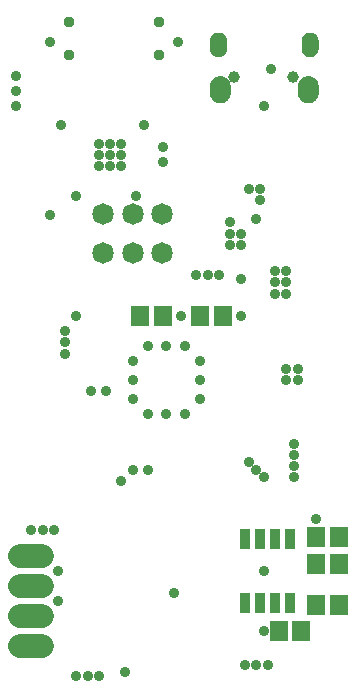
<source format=gbs>
G75*
%MOIN*%
%OFA0B0*%
%FSLAX25Y25*%
%IPPOS*%
%LPD*%
%AMOC8*
5,1,8,0,0,1.08239X$1,22.5*
%
%ADD10C,0.03753*%
%ADD11C,0.03950*%
%ADD12C,0.00039*%
%ADD13R,0.05918X0.06706*%
%ADD14C,0.07178*%
%ADD15R,0.03359X0.06706*%
%ADD16C,0.08000*%
%ADD17C,0.03556*%
D10*
X0025000Y0212087D03*
X0025000Y0222913D03*
X0055000Y0222913D03*
X0055000Y0212087D03*
D11*
X0080157Y0204717D03*
X0099843Y0204717D03*
D12*
X0101994Y0203499D02*
X0107337Y0203499D01*
X0107359Y0203461D02*
X0101972Y0203461D01*
X0101950Y0203423D02*
X0107380Y0203423D01*
X0107402Y0203385D02*
X0101928Y0203385D01*
X0101906Y0203347D02*
X0107424Y0203347D01*
X0107446Y0203309D02*
X0101885Y0203309D01*
X0101863Y0203272D02*
X0107468Y0203272D01*
X0107490Y0203234D02*
X0101841Y0203234D01*
X0101819Y0203196D02*
X0107512Y0203196D01*
X0107534Y0203158D02*
X0101797Y0203158D01*
X0101775Y0203120D02*
X0107555Y0203120D01*
X0107577Y0203082D02*
X0101753Y0203082D01*
X0101732Y0203044D02*
X0107599Y0203044D01*
X0107621Y0203006D02*
X0101710Y0203006D01*
X0101698Y0202986D02*
X0102038Y0203574D01*
X0102492Y0204079D01*
X0103041Y0204478D01*
X0103662Y0204754D01*
X0104326Y0204896D01*
X0105005Y0204896D01*
X0105669Y0204754D01*
X0106289Y0204478D01*
X0106839Y0204079D01*
X0107293Y0203574D01*
X0107633Y0202986D01*
X0107842Y0202341D01*
X0107913Y0201665D01*
X0107913Y0199500D01*
X0107842Y0198825D01*
X0107633Y0198179D01*
X0107293Y0197591D01*
X0106839Y0197086D01*
X0106289Y0196687D01*
X0105669Y0196411D01*
X0105005Y0196270D01*
X0104326Y0196270D01*
X0103662Y0196411D01*
X0103041Y0196687D01*
X0102492Y0197086D01*
X0102038Y0197591D01*
X0101698Y0198179D01*
X0101488Y0198825D01*
X0101417Y0199500D01*
X0101417Y0201665D01*
X0101488Y0202341D01*
X0101698Y0202986D01*
X0101692Y0202969D02*
X0107638Y0202969D01*
X0107651Y0202931D02*
X0101680Y0202931D01*
X0101668Y0202893D02*
X0107663Y0202893D01*
X0107675Y0202855D02*
X0101655Y0202855D01*
X0101643Y0202817D02*
X0107688Y0202817D01*
X0107700Y0202779D02*
X0101631Y0202779D01*
X0101618Y0202741D02*
X0107712Y0202741D01*
X0107725Y0202703D02*
X0101606Y0202703D01*
X0101594Y0202665D02*
X0107737Y0202665D01*
X0107749Y0202628D02*
X0101582Y0202628D01*
X0101569Y0202590D02*
X0107761Y0202590D01*
X0107774Y0202552D02*
X0101557Y0202552D01*
X0101545Y0202514D02*
X0107786Y0202514D01*
X0107798Y0202476D02*
X0101532Y0202476D01*
X0101520Y0202438D02*
X0107811Y0202438D01*
X0107823Y0202400D02*
X0101508Y0202400D01*
X0101495Y0202362D02*
X0107835Y0202362D01*
X0107844Y0202325D02*
X0101487Y0202325D01*
X0101483Y0202287D02*
X0107848Y0202287D01*
X0107852Y0202249D02*
X0101479Y0202249D01*
X0101475Y0202211D02*
X0107856Y0202211D01*
X0107860Y0202173D02*
X0101471Y0202173D01*
X0101467Y0202135D02*
X0107864Y0202135D01*
X0107868Y0202097D02*
X0101463Y0202097D01*
X0101459Y0202059D02*
X0107872Y0202059D01*
X0107876Y0202021D02*
X0101455Y0202021D01*
X0101451Y0201984D02*
X0107880Y0201984D01*
X0107884Y0201946D02*
X0101447Y0201946D01*
X0101443Y0201908D02*
X0107888Y0201908D01*
X0107892Y0201870D02*
X0101439Y0201870D01*
X0101435Y0201832D02*
X0107896Y0201832D01*
X0107900Y0201794D02*
X0101431Y0201794D01*
X0101427Y0201756D02*
X0107904Y0201756D01*
X0107908Y0201718D02*
X0101423Y0201718D01*
X0101419Y0201681D02*
X0107912Y0201681D01*
X0107913Y0201643D02*
X0101417Y0201643D01*
X0101417Y0201605D02*
X0107913Y0201605D01*
X0107913Y0201567D02*
X0101417Y0201567D01*
X0101417Y0201529D02*
X0107913Y0201529D01*
X0107913Y0201491D02*
X0101417Y0201491D01*
X0101417Y0201453D02*
X0107913Y0201453D01*
X0107913Y0201415D02*
X0101417Y0201415D01*
X0101417Y0201378D02*
X0107913Y0201378D01*
X0107913Y0201340D02*
X0101417Y0201340D01*
X0101417Y0201302D02*
X0107913Y0201302D01*
X0107913Y0201264D02*
X0101417Y0201264D01*
X0101417Y0201226D02*
X0107913Y0201226D01*
X0107913Y0201188D02*
X0101417Y0201188D01*
X0101417Y0201150D02*
X0107913Y0201150D01*
X0107913Y0201112D02*
X0101417Y0201112D01*
X0101417Y0201074D02*
X0107913Y0201074D01*
X0107913Y0201037D02*
X0101417Y0201037D01*
X0101417Y0200999D02*
X0107913Y0200999D01*
X0107913Y0200961D02*
X0101417Y0200961D01*
X0101417Y0200923D02*
X0107913Y0200923D01*
X0107913Y0200885D02*
X0101417Y0200885D01*
X0101417Y0200847D02*
X0107913Y0200847D01*
X0107913Y0200809D02*
X0101417Y0200809D01*
X0101417Y0200771D02*
X0107913Y0200771D01*
X0107913Y0200734D02*
X0101417Y0200734D01*
X0101417Y0200696D02*
X0107913Y0200696D01*
X0107913Y0200658D02*
X0101417Y0200658D01*
X0101417Y0200620D02*
X0107913Y0200620D01*
X0107913Y0200582D02*
X0101417Y0200582D01*
X0101417Y0200544D02*
X0107913Y0200544D01*
X0107913Y0200506D02*
X0101417Y0200506D01*
X0101417Y0200468D02*
X0107913Y0200468D01*
X0107913Y0200430D02*
X0101417Y0200430D01*
X0101417Y0200393D02*
X0107913Y0200393D01*
X0107913Y0200355D02*
X0101417Y0200355D01*
X0101417Y0200317D02*
X0107913Y0200317D01*
X0107913Y0200279D02*
X0101417Y0200279D01*
X0101417Y0200241D02*
X0107913Y0200241D01*
X0107913Y0200203D02*
X0101417Y0200203D01*
X0101417Y0200165D02*
X0107913Y0200165D01*
X0107913Y0200127D02*
X0101417Y0200127D01*
X0101417Y0200090D02*
X0107913Y0200090D01*
X0107913Y0200052D02*
X0101417Y0200052D01*
X0101417Y0200014D02*
X0107913Y0200014D01*
X0107913Y0199976D02*
X0101417Y0199976D01*
X0101417Y0199938D02*
X0107913Y0199938D01*
X0107913Y0199900D02*
X0101417Y0199900D01*
X0101417Y0199862D02*
X0107913Y0199862D01*
X0107913Y0199824D02*
X0101417Y0199824D01*
X0101417Y0199786D02*
X0107913Y0199786D01*
X0107913Y0199749D02*
X0101417Y0199749D01*
X0101417Y0199711D02*
X0107913Y0199711D01*
X0107913Y0199673D02*
X0101417Y0199673D01*
X0101417Y0199635D02*
X0107913Y0199635D01*
X0107913Y0199597D02*
X0101417Y0199597D01*
X0101417Y0199559D02*
X0107913Y0199559D01*
X0107913Y0199521D02*
X0101417Y0199521D01*
X0101419Y0199483D02*
X0107912Y0199483D01*
X0107908Y0199446D02*
X0101423Y0199446D01*
X0101427Y0199408D02*
X0107904Y0199408D01*
X0107900Y0199370D02*
X0101431Y0199370D01*
X0101435Y0199332D02*
X0107896Y0199332D01*
X0107892Y0199294D02*
X0101439Y0199294D01*
X0101443Y0199256D02*
X0107888Y0199256D01*
X0107884Y0199218D02*
X0101447Y0199218D01*
X0101451Y0199180D02*
X0107880Y0199180D01*
X0107876Y0199143D02*
X0101455Y0199143D01*
X0101459Y0199105D02*
X0107872Y0199105D01*
X0107868Y0199067D02*
X0101463Y0199067D01*
X0101467Y0199029D02*
X0107864Y0199029D01*
X0107860Y0198991D02*
X0101471Y0198991D01*
X0101475Y0198953D02*
X0107856Y0198953D01*
X0107852Y0198915D02*
X0101479Y0198915D01*
X0101483Y0198877D02*
X0107848Y0198877D01*
X0107844Y0198839D02*
X0101487Y0198839D01*
X0101496Y0198802D02*
X0107835Y0198802D01*
X0107823Y0198764D02*
X0101508Y0198764D01*
X0101520Y0198726D02*
X0107810Y0198726D01*
X0107798Y0198688D02*
X0101533Y0198688D01*
X0101545Y0198650D02*
X0107786Y0198650D01*
X0107773Y0198612D02*
X0101557Y0198612D01*
X0101570Y0198574D02*
X0107761Y0198574D01*
X0107749Y0198536D02*
X0101582Y0198536D01*
X0101594Y0198499D02*
X0107736Y0198499D01*
X0107724Y0198461D02*
X0101607Y0198461D01*
X0101619Y0198423D02*
X0107712Y0198423D01*
X0107700Y0198385D02*
X0101631Y0198385D01*
X0101644Y0198347D02*
X0107687Y0198347D01*
X0107675Y0198309D02*
X0101656Y0198309D01*
X0101668Y0198271D02*
X0107663Y0198271D01*
X0107650Y0198233D02*
X0101680Y0198233D01*
X0101693Y0198195D02*
X0107638Y0198195D01*
X0107620Y0198158D02*
X0101710Y0198158D01*
X0101732Y0198120D02*
X0107598Y0198120D01*
X0107577Y0198082D02*
X0101754Y0198082D01*
X0101776Y0198044D02*
X0107555Y0198044D01*
X0107533Y0198006D02*
X0101798Y0198006D01*
X0101820Y0197968D02*
X0107511Y0197968D01*
X0107489Y0197930D02*
X0101842Y0197930D01*
X0101864Y0197892D02*
X0107467Y0197892D01*
X0107445Y0197855D02*
X0101885Y0197855D01*
X0101907Y0197817D02*
X0107423Y0197817D01*
X0107402Y0197779D02*
X0101929Y0197779D01*
X0101951Y0197741D02*
X0107380Y0197741D01*
X0107358Y0197703D02*
X0101973Y0197703D01*
X0101995Y0197665D02*
X0107336Y0197665D01*
X0107314Y0197627D02*
X0102017Y0197627D01*
X0102039Y0197589D02*
X0107292Y0197589D01*
X0107258Y0197551D02*
X0102073Y0197551D01*
X0102107Y0197514D02*
X0107224Y0197514D01*
X0107189Y0197476D02*
X0102141Y0197476D01*
X0102175Y0197438D02*
X0107155Y0197438D01*
X0107121Y0197400D02*
X0102210Y0197400D01*
X0102244Y0197362D02*
X0107087Y0197362D01*
X0107053Y0197324D02*
X0102278Y0197324D01*
X0102312Y0197286D02*
X0107019Y0197286D01*
X0106985Y0197248D02*
X0102346Y0197248D01*
X0102380Y0197211D02*
X0106951Y0197211D01*
X0106917Y0197173D02*
X0102414Y0197173D01*
X0102448Y0197135D02*
X0106882Y0197135D01*
X0106848Y0197097D02*
X0102482Y0197097D01*
X0102529Y0197059D02*
X0106801Y0197059D01*
X0106749Y0197021D02*
X0102582Y0197021D01*
X0102634Y0196983D02*
X0106697Y0196983D01*
X0106645Y0196945D02*
X0102686Y0196945D01*
X0102738Y0196908D02*
X0106593Y0196908D01*
X0106541Y0196870D02*
X0102790Y0196870D01*
X0102842Y0196832D02*
X0106488Y0196832D01*
X0106436Y0196794D02*
X0102894Y0196794D01*
X0102947Y0196756D02*
X0106384Y0196756D01*
X0106332Y0196718D02*
X0102999Y0196718D01*
X0103057Y0196680D02*
X0106274Y0196680D01*
X0106189Y0196642D02*
X0103142Y0196642D01*
X0103227Y0196604D02*
X0106104Y0196604D01*
X0106019Y0196567D02*
X0103312Y0196567D01*
X0103397Y0196529D02*
X0105934Y0196529D01*
X0105848Y0196491D02*
X0103482Y0196491D01*
X0103567Y0196453D02*
X0105763Y0196453D01*
X0105678Y0196415D02*
X0103652Y0196415D01*
X0103821Y0196377D02*
X0105510Y0196377D01*
X0105332Y0196339D02*
X0103999Y0196339D01*
X0104177Y0196301D02*
X0105154Y0196301D01*
X0107315Y0203537D02*
X0102016Y0203537D01*
X0102038Y0203575D02*
X0107293Y0203575D01*
X0107259Y0203613D02*
X0102072Y0203613D01*
X0102106Y0203650D02*
X0107225Y0203650D01*
X0107191Y0203688D02*
X0102140Y0203688D01*
X0102174Y0203726D02*
X0107156Y0203726D01*
X0107122Y0203764D02*
X0102208Y0203764D01*
X0102242Y0203802D02*
X0107088Y0203802D01*
X0107054Y0203840D02*
X0102277Y0203840D01*
X0102311Y0203878D02*
X0107020Y0203878D01*
X0106986Y0203916D02*
X0102345Y0203916D01*
X0102379Y0203953D02*
X0106952Y0203953D01*
X0106918Y0203991D02*
X0102413Y0203991D01*
X0102447Y0204029D02*
X0106884Y0204029D01*
X0106850Y0204067D02*
X0102481Y0204067D01*
X0102528Y0204105D02*
X0106803Y0204105D01*
X0106751Y0204143D02*
X0102580Y0204143D01*
X0102632Y0204181D02*
X0106699Y0204181D01*
X0106647Y0204219D02*
X0102684Y0204219D01*
X0102736Y0204256D02*
X0106595Y0204256D01*
X0106542Y0204294D02*
X0102788Y0204294D01*
X0102840Y0204332D02*
X0106490Y0204332D01*
X0106438Y0204370D02*
X0102893Y0204370D01*
X0102945Y0204408D02*
X0106386Y0204408D01*
X0106334Y0204446D02*
X0102997Y0204446D01*
X0103054Y0204484D02*
X0106277Y0204484D01*
X0106192Y0204522D02*
X0103139Y0204522D01*
X0103224Y0204560D02*
X0106107Y0204560D01*
X0106022Y0204597D02*
X0103309Y0204597D01*
X0103394Y0204635D02*
X0105937Y0204635D01*
X0105851Y0204673D02*
X0103479Y0204673D01*
X0103564Y0204711D02*
X0105766Y0204711D01*
X0105681Y0204749D02*
X0103649Y0204749D01*
X0103814Y0204787D02*
X0105517Y0204787D01*
X0105338Y0204825D02*
X0103992Y0204825D01*
X0104171Y0204863D02*
X0105160Y0204863D01*
X0104978Y0211621D02*
X0104435Y0211736D01*
X0103927Y0211962D01*
X0103478Y0212289D01*
X0103106Y0212702D01*
X0102828Y0213183D01*
X0102656Y0213711D01*
X0102598Y0214264D01*
X0102598Y0216823D01*
X0102656Y0217375D01*
X0102828Y0217904D01*
X0103106Y0218385D01*
X0103478Y0218798D01*
X0103927Y0219124D01*
X0104435Y0219350D01*
X0104978Y0219466D01*
X0105534Y0219466D01*
X0106077Y0219350D01*
X0106585Y0219124D01*
X0107034Y0218798D01*
X0107406Y0218385D01*
X0107684Y0217904D01*
X0107855Y0217375D01*
X0107913Y0216823D01*
X0107913Y0214264D01*
X0107855Y0213711D01*
X0107684Y0213183D01*
X0107406Y0212702D01*
X0107034Y0212289D01*
X0106585Y0211962D01*
X0106077Y0211736D01*
X0105534Y0211621D01*
X0104978Y0211621D01*
X0104872Y0211643D02*
X0105640Y0211643D01*
X0105818Y0211681D02*
X0104694Y0211681D01*
X0104516Y0211719D02*
X0105996Y0211719D01*
X0106123Y0211757D02*
X0104388Y0211757D01*
X0104303Y0211795D02*
X0106209Y0211795D01*
X0106294Y0211833D02*
X0104218Y0211833D01*
X0104133Y0211871D02*
X0106379Y0211871D01*
X0106464Y0211909D02*
X0104048Y0211909D01*
X0103963Y0211946D02*
X0106549Y0211946D01*
X0106615Y0211984D02*
X0103897Y0211984D01*
X0103845Y0212022D02*
X0106667Y0212022D01*
X0106719Y0212060D02*
X0103793Y0212060D01*
X0103741Y0212098D02*
X0106771Y0212098D01*
X0106823Y0212136D02*
X0103688Y0212136D01*
X0103636Y0212174D02*
X0106876Y0212174D01*
X0106928Y0212212D02*
X0103584Y0212212D01*
X0103532Y0212249D02*
X0106980Y0212249D01*
X0107032Y0212287D02*
X0103480Y0212287D01*
X0103445Y0212325D02*
X0107067Y0212325D01*
X0107101Y0212363D02*
X0103411Y0212363D01*
X0103377Y0212401D02*
X0107135Y0212401D01*
X0107169Y0212439D02*
X0103343Y0212439D01*
X0103309Y0212477D02*
X0107203Y0212477D01*
X0107237Y0212515D02*
X0103274Y0212515D01*
X0103240Y0212553D02*
X0107271Y0212553D01*
X0107306Y0212590D02*
X0103206Y0212590D01*
X0103172Y0212628D02*
X0107340Y0212628D01*
X0107374Y0212666D02*
X0103138Y0212666D01*
X0103105Y0212704D02*
X0107407Y0212704D01*
X0107429Y0212742D02*
X0103083Y0212742D01*
X0103061Y0212780D02*
X0107451Y0212780D01*
X0107473Y0212818D02*
X0103039Y0212818D01*
X0103017Y0212856D02*
X0107495Y0212856D01*
X0107517Y0212893D02*
X0102995Y0212893D01*
X0102973Y0212931D02*
X0107538Y0212931D01*
X0107560Y0212969D02*
X0102952Y0212969D01*
X0102930Y0213007D02*
X0107582Y0213007D01*
X0107604Y0213045D02*
X0102908Y0213045D01*
X0102886Y0213083D02*
X0107626Y0213083D01*
X0107648Y0213121D02*
X0102864Y0213121D01*
X0102842Y0213159D02*
X0107670Y0213159D01*
X0107688Y0213197D02*
X0102824Y0213197D01*
X0102811Y0213234D02*
X0107700Y0213234D01*
X0107713Y0213272D02*
X0102799Y0213272D01*
X0102787Y0213310D02*
X0107725Y0213310D01*
X0107737Y0213348D02*
X0102775Y0213348D01*
X0102762Y0213386D02*
X0107750Y0213386D01*
X0107762Y0213424D02*
X0102750Y0213424D01*
X0102738Y0213462D02*
X0107774Y0213462D01*
X0107787Y0213500D02*
X0102725Y0213500D01*
X0102713Y0213537D02*
X0107799Y0213537D01*
X0107811Y0213575D02*
X0102701Y0213575D01*
X0102688Y0213613D02*
X0107823Y0213613D01*
X0107836Y0213651D02*
X0102676Y0213651D01*
X0102664Y0213689D02*
X0107848Y0213689D01*
X0107857Y0213727D02*
X0102655Y0213727D01*
X0102651Y0213765D02*
X0107861Y0213765D01*
X0107865Y0213803D02*
X0102647Y0213803D01*
X0102643Y0213840D02*
X0107869Y0213840D01*
X0107873Y0213878D02*
X0102639Y0213878D01*
X0102635Y0213916D02*
X0107877Y0213916D01*
X0107881Y0213954D02*
X0102631Y0213954D01*
X0102627Y0213992D02*
X0107885Y0213992D01*
X0107889Y0214030D02*
X0102623Y0214030D01*
X0102619Y0214068D02*
X0107893Y0214068D01*
X0107897Y0214106D02*
X0102615Y0214106D01*
X0102611Y0214144D02*
X0107901Y0214144D01*
X0107905Y0214181D02*
X0102607Y0214181D01*
X0102603Y0214219D02*
X0107909Y0214219D01*
X0107913Y0214257D02*
X0102599Y0214257D01*
X0102598Y0214295D02*
X0107913Y0214295D01*
X0107913Y0214333D02*
X0102598Y0214333D01*
X0102598Y0214371D02*
X0107913Y0214371D01*
X0107913Y0214409D02*
X0102598Y0214409D01*
X0102598Y0214447D02*
X0107913Y0214447D01*
X0107913Y0214484D02*
X0102598Y0214484D01*
X0102598Y0214522D02*
X0107913Y0214522D01*
X0107913Y0214560D02*
X0102598Y0214560D01*
X0102598Y0214598D02*
X0107913Y0214598D01*
X0107913Y0214636D02*
X0102598Y0214636D01*
X0102598Y0214674D02*
X0107913Y0214674D01*
X0107913Y0214712D02*
X0102598Y0214712D01*
X0102598Y0214750D02*
X0107913Y0214750D01*
X0107913Y0214788D02*
X0102598Y0214788D01*
X0102598Y0214825D02*
X0107913Y0214825D01*
X0107913Y0214863D02*
X0102598Y0214863D01*
X0102598Y0214901D02*
X0107913Y0214901D01*
X0107913Y0214939D02*
X0102598Y0214939D01*
X0102598Y0214977D02*
X0107913Y0214977D01*
X0107913Y0215015D02*
X0102598Y0215015D01*
X0102598Y0215053D02*
X0107913Y0215053D01*
X0107913Y0215091D02*
X0102598Y0215091D01*
X0102598Y0215128D02*
X0107913Y0215128D01*
X0107913Y0215166D02*
X0102598Y0215166D01*
X0102598Y0215204D02*
X0107913Y0215204D01*
X0107913Y0215242D02*
X0102598Y0215242D01*
X0102598Y0215280D02*
X0107913Y0215280D01*
X0107913Y0215318D02*
X0102598Y0215318D01*
X0102598Y0215356D02*
X0107913Y0215356D01*
X0107913Y0215394D02*
X0102598Y0215394D01*
X0102598Y0215432D02*
X0107913Y0215432D01*
X0107913Y0215469D02*
X0102598Y0215469D01*
X0102598Y0215507D02*
X0107913Y0215507D01*
X0107913Y0215545D02*
X0102598Y0215545D01*
X0102598Y0215583D02*
X0107913Y0215583D01*
X0107913Y0215621D02*
X0102598Y0215621D01*
X0102598Y0215659D02*
X0107913Y0215659D01*
X0107913Y0215697D02*
X0102598Y0215697D01*
X0102598Y0215735D02*
X0107913Y0215735D01*
X0107913Y0215772D02*
X0102598Y0215772D01*
X0102598Y0215810D02*
X0107913Y0215810D01*
X0107913Y0215848D02*
X0102598Y0215848D01*
X0102598Y0215886D02*
X0107913Y0215886D01*
X0107913Y0215924D02*
X0102598Y0215924D01*
X0102598Y0215962D02*
X0107913Y0215962D01*
X0107913Y0216000D02*
X0102598Y0216000D01*
X0102598Y0216038D02*
X0107913Y0216038D01*
X0107913Y0216075D02*
X0102598Y0216075D01*
X0102598Y0216113D02*
X0107913Y0216113D01*
X0107913Y0216151D02*
X0102598Y0216151D01*
X0102598Y0216189D02*
X0107913Y0216189D01*
X0107913Y0216227D02*
X0102598Y0216227D01*
X0102598Y0216265D02*
X0107913Y0216265D01*
X0107913Y0216303D02*
X0102598Y0216303D01*
X0102598Y0216341D02*
X0107913Y0216341D01*
X0107913Y0216379D02*
X0102598Y0216379D01*
X0102598Y0216416D02*
X0107913Y0216416D01*
X0107913Y0216454D02*
X0102598Y0216454D01*
X0102598Y0216492D02*
X0107913Y0216492D01*
X0107913Y0216530D02*
X0102598Y0216530D01*
X0102598Y0216568D02*
X0107913Y0216568D01*
X0107913Y0216606D02*
X0102598Y0216606D01*
X0102598Y0216644D02*
X0107913Y0216644D01*
X0107913Y0216682D02*
X0102598Y0216682D01*
X0102598Y0216719D02*
X0107913Y0216719D01*
X0107913Y0216757D02*
X0102598Y0216757D01*
X0102598Y0216795D02*
X0107913Y0216795D01*
X0107912Y0216833D02*
X0102599Y0216833D01*
X0102603Y0216871D02*
X0107908Y0216871D01*
X0107904Y0216909D02*
X0102607Y0216909D01*
X0102611Y0216947D02*
X0107900Y0216947D01*
X0107896Y0216985D02*
X0102615Y0216985D01*
X0102619Y0217023D02*
X0107892Y0217023D01*
X0107888Y0217060D02*
X0102623Y0217060D01*
X0102627Y0217098D02*
X0107884Y0217098D01*
X0107880Y0217136D02*
X0102631Y0217136D01*
X0102635Y0217174D02*
X0107876Y0217174D01*
X0107872Y0217212D02*
X0102639Y0217212D01*
X0102643Y0217250D02*
X0107869Y0217250D01*
X0107865Y0217288D02*
X0102647Y0217288D01*
X0102651Y0217326D02*
X0107861Y0217326D01*
X0107857Y0217363D02*
X0102655Y0217363D01*
X0102665Y0217401D02*
X0107847Y0217401D01*
X0107835Y0217439D02*
X0102677Y0217439D01*
X0102690Y0217477D02*
X0107822Y0217477D01*
X0107810Y0217515D02*
X0102702Y0217515D01*
X0102714Y0217553D02*
X0107798Y0217553D01*
X0107785Y0217591D02*
X0102726Y0217591D01*
X0102739Y0217629D02*
X0107773Y0217629D01*
X0107761Y0217667D02*
X0102751Y0217667D01*
X0102763Y0217704D02*
X0107748Y0217704D01*
X0107736Y0217742D02*
X0102776Y0217742D01*
X0102788Y0217780D02*
X0107724Y0217780D01*
X0107711Y0217818D02*
X0102800Y0217818D01*
X0102813Y0217856D02*
X0107699Y0217856D01*
X0107687Y0217894D02*
X0102825Y0217894D01*
X0102844Y0217932D02*
X0107667Y0217932D01*
X0107646Y0217970D02*
X0102866Y0217970D01*
X0102888Y0218007D02*
X0107624Y0218007D01*
X0107602Y0218045D02*
X0102910Y0218045D01*
X0102932Y0218083D02*
X0107580Y0218083D01*
X0107558Y0218121D02*
X0102954Y0218121D01*
X0102976Y0218159D02*
X0107536Y0218159D01*
X0107514Y0218197D02*
X0102997Y0218197D01*
X0103019Y0218235D02*
X0107493Y0218235D01*
X0107471Y0218273D02*
X0103041Y0218273D01*
X0103063Y0218310D02*
X0107449Y0218310D01*
X0107427Y0218348D02*
X0103085Y0218348D01*
X0103107Y0218386D02*
X0107405Y0218386D01*
X0107370Y0218424D02*
X0103141Y0218424D01*
X0103175Y0218462D02*
X0107336Y0218462D01*
X0107302Y0218500D02*
X0103210Y0218500D01*
X0103244Y0218538D02*
X0107268Y0218538D01*
X0107234Y0218576D02*
X0103278Y0218576D01*
X0103312Y0218614D02*
X0107200Y0218614D01*
X0107166Y0218651D02*
X0103346Y0218651D01*
X0103380Y0218689D02*
X0107132Y0218689D01*
X0107098Y0218727D02*
X0103414Y0218727D01*
X0103448Y0218765D02*
X0107063Y0218765D01*
X0107027Y0218803D02*
X0103485Y0218803D01*
X0103537Y0218841D02*
X0106975Y0218841D01*
X0106923Y0218879D02*
X0103589Y0218879D01*
X0103641Y0218917D02*
X0106870Y0218917D01*
X0106818Y0218954D02*
X0103693Y0218954D01*
X0103746Y0218992D02*
X0106766Y0218992D01*
X0106714Y0219030D02*
X0103798Y0219030D01*
X0103850Y0219068D02*
X0106662Y0219068D01*
X0106610Y0219106D02*
X0103902Y0219106D01*
X0103971Y0219144D02*
X0106541Y0219144D01*
X0106456Y0219182D02*
X0104056Y0219182D01*
X0104141Y0219220D02*
X0106370Y0219220D01*
X0106285Y0219258D02*
X0104226Y0219258D01*
X0104312Y0219295D02*
X0106200Y0219295D01*
X0106115Y0219333D02*
X0104397Y0219333D01*
X0104533Y0219371D02*
X0105979Y0219371D01*
X0105800Y0219409D02*
X0104711Y0219409D01*
X0104890Y0219447D02*
X0105622Y0219447D01*
X0078302Y0202986D02*
X0078512Y0202341D01*
X0078583Y0201665D01*
X0078583Y0199500D01*
X0078512Y0198825D01*
X0078302Y0198179D01*
X0077962Y0197591D01*
X0077508Y0197086D01*
X0076959Y0196687D01*
X0076338Y0196411D01*
X0075674Y0196270D01*
X0074995Y0196270D01*
X0074331Y0196411D01*
X0073711Y0196687D01*
X0073161Y0197086D01*
X0072707Y0197591D01*
X0072367Y0198179D01*
X0072158Y0198825D01*
X0072087Y0199500D01*
X0072087Y0201665D01*
X0072158Y0202341D01*
X0072367Y0202986D01*
X0072707Y0203574D01*
X0073161Y0204079D01*
X0073711Y0204478D01*
X0074331Y0204754D01*
X0074995Y0204896D01*
X0075674Y0204896D01*
X0076338Y0204754D01*
X0076959Y0204478D01*
X0077508Y0204079D01*
X0077962Y0203574D01*
X0078302Y0202986D01*
X0078308Y0202969D02*
X0072362Y0202969D01*
X0072349Y0202931D02*
X0078320Y0202931D01*
X0078332Y0202893D02*
X0072337Y0202893D01*
X0072325Y0202855D02*
X0078345Y0202855D01*
X0078357Y0202817D02*
X0072312Y0202817D01*
X0072300Y0202779D02*
X0078369Y0202779D01*
X0078382Y0202741D02*
X0072288Y0202741D01*
X0072275Y0202703D02*
X0078394Y0202703D01*
X0078406Y0202665D02*
X0072263Y0202665D01*
X0072251Y0202628D02*
X0078418Y0202628D01*
X0078431Y0202590D02*
X0072239Y0202590D01*
X0072226Y0202552D02*
X0078443Y0202552D01*
X0078455Y0202514D02*
X0072214Y0202514D01*
X0072202Y0202476D02*
X0078468Y0202476D01*
X0078480Y0202438D02*
X0072189Y0202438D01*
X0072177Y0202400D02*
X0078492Y0202400D01*
X0078505Y0202362D02*
X0072165Y0202362D01*
X0072156Y0202325D02*
X0078513Y0202325D01*
X0078517Y0202287D02*
X0072152Y0202287D01*
X0072148Y0202249D02*
X0078521Y0202249D01*
X0078525Y0202211D02*
X0072144Y0202211D01*
X0072140Y0202173D02*
X0078529Y0202173D01*
X0078533Y0202135D02*
X0072136Y0202135D01*
X0072132Y0202097D02*
X0078537Y0202097D01*
X0078541Y0202059D02*
X0072128Y0202059D01*
X0072124Y0202021D02*
X0078545Y0202021D01*
X0078549Y0201984D02*
X0072120Y0201984D01*
X0072116Y0201946D02*
X0078553Y0201946D01*
X0078557Y0201908D02*
X0072112Y0201908D01*
X0072108Y0201870D02*
X0078561Y0201870D01*
X0078565Y0201832D02*
X0072104Y0201832D01*
X0072100Y0201794D02*
X0078569Y0201794D01*
X0078573Y0201756D02*
X0072096Y0201756D01*
X0072092Y0201718D02*
X0078577Y0201718D01*
X0078581Y0201681D02*
X0072088Y0201681D01*
X0072087Y0201643D02*
X0078583Y0201643D01*
X0078583Y0201605D02*
X0072087Y0201605D01*
X0072087Y0201567D02*
X0078583Y0201567D01*
X0078583Y0201529D02*
X0072087Y0201529D01*
X0072087Y0201491D02*
X0078583Y0201491D01*
X0078583Y0201453D02*
X0072087Y0201453D01*
X0072087Y0201415D02*
X0078583Y0201415D01*
X0078583Y0201378D02*
X0072087Y0201378D01*
X0072087Y0201340D02*
X0078583Y0201340D01*
X0078583Y0201302D02*
X0072087Y0201302D01*
X0072087Y0201264D02*
X0078583Y0201264D01*
X0078583Y0201226D02*
X0072087Y0201226D01*
X0072087Y0201188D02*
X0078583Y0201188D01*
X0078583Y0201150D02*
X0072087Y0201150D01*
X0072087Y0201112D02*
X0078583Y0201112D01*
X0078583Y0201074D02*
X0072087Y0201074D01*
X0072087Y0201037D02*
X0078583Y0201037D01*
X0078583Y0200999D02*
X0072087Y0200999D01*
X0072087Y0200961D02*
X0078583Y0200961D01*
X0078583Y0200923D02*
X0072087Y0200923D01*
X0072087Y0200885D02*
X0078583Y0200885D01*
X0078583Y0200847D02*
X0072087Y0200847D01*
X0072087Y0200809D02*
X0078583Y0200809D01*
X0078583Y0200771D02*
X0072087Y0200771D01*
X0072087Y0200734D02*
X0078583Y0200734D01*
X0078583Y0200696D02*
X0072087Y0200696D01*
X0072087Y0200658D02*
X0078583Y0200658D01*
X0078583Y0200620D02*
X0072087Y0200620D01*
X0072087Y0200582D02*
X0078583Y0200582D01*
X0078583Y0200544D02*
X0072087Y0200544D01*
X0072087Y0200506D02*
X0078583Y0200506D01*
X0078583Y0200468D02*
X0072087Y0200468D01*
X0072087Y0200430D02*
X0078583Y0200430D01*
X0078583Y0200393D02*
X0072087Y0200393D01*
X0072087Y0200355D02*
X0078583Y0200355D01*
X0078583Y0200317D02*
X0072087Y0200317D01*
X0072087Y0200279D02*
X0078583Y0200279D01*
X0078583Y0200241D02*
X0072087Y0200241D01*
X0072087Y0200203D02*
X0078583Y0200203D01*
X0078583Y0200165D02*
X0072087Y0200165D01*
X0072087Y0200127D02*
X0078583Y0200127D01*
X0078583Y0200090D02*
X0072087Y0200090D01*
X0072087Y0200052D02*
X0078583Y0200052D01*
X0078583Y0200014D02*
X0072087Y0200014D01*
X0072087Y0199976D02*
X0078583Y0199976D01*
X0078583Y0199938D02*
X0072087Y0199938D01*
X0072087Y0199900D02*
X0078583Y0199900D01*
X0078583Y0199862D02*
X0072087Y0199862D01*
X0072087Y0199824D02*
X0078583Y0199824D01*
X0078583Y0199786D02*
X0072087Y0199786D01*
X0072087Y0199749D02*
X0078583Y0199749D01*
X0078583Y0199711D02*
X0072087Y0199711D01*
X0072087Y0199673D02*
X0078583Y0199673D01*
X0078583Y0199635D02*
X0072087Y0199635D01*
X0072087Y0199597D02*
X0078583Y0199597D01*
X0078583Y0199559D02*
X0072087Y0199559D01*
X0072087Y0199521D02*
X0078583Y0199521D01*
X0078581Y0199483D02*
X0072088Y0199483D01*
X0072092Y0199446D02*
X0078577Y0199446D01*
X0078573Y0199408D02*
X0072096Y0199408D01*
X0072100Y0199370D02*
X0078569Y0199370D01*
X0078565Y0199332D02*
X0072104Y0199332D01*
X0072108Y0199294D02*
X0078561Y0199294D01*
X0078557Y0199256D02*
X0072112Y0199256D01*
X0072116Y0199218D02*
X0078553Y0199218D01*
X0078549Y0199180D02*
X0072120Y0199180D01*
X0072124Y0199143D02*
X0078545Y0199143D01*
X0078541Y0199105D02*
X0072128Y0199105D01*
X0072132Y0199067D02*
X0078537Y0199067D01*
X0078533Y0199029D02*
X0072136Y0199029D01*
X0072140Y0198991D02*
X0078529Y0198991D01*
X0078525Y0198953D02*
X0072144Y0198953D01*
X0072148Y0198915D02*
X0078521Y0198915D01*
X0078517Y0198877D02*
X0072152Y0198877D01*
X0072156Y0198839D02*
X0078513Y0198839D01*
X0078504Y0198802D02*
X0072165Y0198802D01*
X0072177Y0198764D02*
X0078492Y0198764D01*
X0078480Y0198726D02*
X0072190Y0198726D01*
X0072202Y0198688D02*
X0078467Y0198688D01*
X0078455Y0198650D02*
X0072214Y0198650D01*
X0072227Y0198612D02*
X0078443Y0198612D01*
X0078430Y0198574D02*
X0072239Y0198574D01*
X0072251Y0198536D02*
X0078418Y0198536D01*
X0078406Y0198499D02*
X0072264Y0198499D01*
X0072276Y0198461D02*
X0078393Y0198461D01*
X0078381Y0198423D02*
X0072288Y0198423D01*
X0072300Y0198385D02*
X0078369Y0198385D01*
X0078356Y0198347D02*
X0072313Y0198347D01*
X0072325Y0198309D02*
X0078344Y0198309D01*
X0078332Y0198271D02*
X0072337Y0198271D01*
X0072350Y0198233D02*
X0078320Y0198233D01*
X0078307Y0198195D02*
X0072362Y0198195D01*
X0072380Y0198158D02*
X0078290Y0198158D01*
X0078268Y0198120D02*
X0072402Y0198120D01*
X0072423Y0198082D02*
X0078246Y0198082D01*
X0078224Y0198044D02*
X0072445Y0198044D01*
X0072467Y0198006D02*
X0078202Y0198006D01*
X0078180Y0197968D02*
X0072489Y0197968D01*
X0072511Y0197930D02*
X0078158Y0197930D01*
X0078136Y0197892D02*
X0072533Y0197892D01*
X0072555Y0197855D02*
X0078115Y0197855D01*
X0078093Y0197817D02*
X0072577Y0197817D01*
X0072598Y0197779D02*
X0078071Y0197779D01*
X0078049Y0197741D02*
X0072620Y0197741D01*
X0072642Y0197703D02*
X0078027Y0197703D01*
X0078005Y0197665D02*
X0072664Y0197665D01*
X0072686Y0197627D02*
X0077983Y0197627D01*
X0077961Y0197589D02*
X0072708Y0197589D01*
X0072742Y0197551D02*
X0077927Y0197551D01*
X0077893Y0197514D02*
X0072776Y0197514D01*
X0072811Y0197476D02*
X0077859Y0197476D01*
X0077825Y0197438D02*
X0072845Y0197438D01*
X0072879Y0197400D02*
X0077790Y0197400D01*
X0077756Y0197362D02*
X0072913Y0197362D01*
X0072947Y0197324D02*
X0077722Y0197324D01*
X0077688Y0197286D02*
X0072981Y0197286D01*
X0073015Y0197248D02*
X0077654Y0197248D01*
X0077620Y0197211D02*
X0073049Y0197211D01*
X0073083Y0197173D02*
X0077586Y0197173D01*
X0077552Y0197135D02*
X0073118Y0197135D01*
X0073152Y0197097D02*
X0077518Y0197097D01*
X0077471Y0197059D02*
X0073199Y0197059D01*
X0073251Y0197021D02*
X0077418Y0197021D01*
X0077366Y0196983D02*
X0073303Y0196983D01*
X0073355Y0196945D02*
X0077314Y0196945D01*
X0077262Y0196908D02*
X0073407Y0196908D01*
X0073459Y0196870D02*
X0077210Y0196870D01*
X0077158Y0196832D02*
X0073512Y0196832D01*
X0073564Y0196794D02*
X0077106Y0196794D01*
X0077053Y0196756D02*
X0073616Y0196756D01*
X0073668Y0196718D02*
X0077001Y0196718D01*
X0076943Y0196680D02*
X0073726Y0196680D01*
X0073811Y0196642D02*
X0076858Y0196642D01*
X0076773Y0196604D02*
X0073896Y0196604D01*
X0073981Y0196567D02*
X0076688Y0196567D01*
X0076603Y0196529D02*
X0074066Y0196529D01*
X0074152Y0196491D02*
X0076518Y0196491D01*
X0076433Y0196453D02*
X0074237Y0196453D01*
X0074322Y0196415D02*
X0076348Y0196415D01*
X0076179Y0196377D02*
X0074490Y0196377D01*
X0074668Y0196339D02*
X0076001Y0196339D01*
X0075823Y0196301D02*
X0074846Y0196301D01*
X0072379Y0203006D02*
X0078290Y0203006D01*
X0078268Y0203044D02*
X0072401Y0203044D01*
X0072423Y0203082D02*
X0078247Y0203082D01*
X0078225Y0203120D02*
X0072445Y0203120D01*
X0072466Y0203158D02*
X0078203Y0203158D01*
X0078181Y0203196D02*
X0072488Y0203196D01*
X0072510Y0203234D02*
X0078159Y0203234D01*
X0078137Y0203272D02*
X0072532Y0203272D01*
X0072554Y0203309D02*
X0078115Y0203309D01*
X0078094Y0203347D02*
X0072576Y0203347D01*
X0072598Y0203385D02*
X0078072Y0203385D01*
X0078050Y0203423D02*
X0072620Y0203423D01*
X0072641Y0203461D02*
X0078028Y0203461D01*
X0078006Y0203499D02*
X0072663Y0203499D01*
X0072685Y0203537D02*
X0077984Y0203537D01*
X0077962Y0203575D02*
X0072707Y0203575D01*
X0072741Y0203613D02*
X0077928Y0203613D01*
X0077894Y0203650D02*
X0072775Y0203650D01*
X0072809Y0203688D02*
X0077860Y0203688D01*
X0077826Y0203726D02*
X0072844Y0203726D01*
X0072878Y0203764D02*
X0077792Y0203764D01*
X0077758Y0203802D02*
X0072912Y0203802D01*
X0072946Y0203840D02*
X0077723Y0203840D01*
X0077689Y0203878D02*
X0072980Y0203878D01*
X0073014Y0203916D02*
X0077655Y0203916D01*
X0077621Y0203953D02*
X0073048Y0203953D01*
X0073082Y0203991D02*
X0077587Y0203991D01*
X0077553Y0204029D02*
X0073116Y0204029D01*
X0073150Y0204067D02*
X0077519Y0204067D01*
X0077472Y0204105D02*
X0073197Y0204105D01*
X0073249Y0204143D02*
X0077420Y0204143D01*
X0077368Y0204181D02*
X0073301Y0204181D01*
X0073353Y0204219D02*
X0077316Y0204219D01*
X0077264Y0204256D02*
X0073405Y0204256D01*
X0073458Y0204294D02*
X0077212Y0204294D01*
X0077160Y0204332D02*
X0073510Y0204332D01*
X0073562Y0204370D02*
X0077107Y0204370D01*
X0077055Y0204408D02*
X0073614Y0204408D01*
X0073666Y0204446D02*
X0077003Y0204446D01*
X0076946Y0204484D02*
X0073723Y0204484D01*
X0073808Y0204522D02*
X0076861Y0204522D01*
X0076776Y0204560D02*
X0073893Y0204560D01*
X0073978Y0204597D02*
X0076691Y0204597D01*
X0076606Y0204635D02*
X0074063Y0204635D01*
X0074149Y0204673D02*
X0076521Y0204673D01*
X0076436Y0204711D02*
X0074234Y0204711D01*
X0074319Y0204749D02*
X0076351Y0204749D01*
X0076186Y0204787D02*
X0074483Y0204787D01*
X0074662Y0204825D02*
X0076008Y0204825D01*
X0075829Y0204863D02*
X0074840Y0204863D01*
X0075022Y0211621D02*
X0074466Y0211621D01*
X0073923Y0211736D01*
X0073415Y0211962D01*
X0072966Y0212289D01*
X0072594Y0212702D01*
X0072316Y0213183D01*
X0072145Y0213711D01*
X0072087Y0214264D01*
X0072087Y0216823D01*
X0072145Y0217375D01*
X0072316Y0217904D01*
X0072594Y0218385D01*
X0072966Y0218798D01*
X0073415Y0219124D01*
X0073923Y0219350D01*
X0074466Y0219466D01*
X0075022Y0219466D01*
X0075565Y0219350D01*
X0076073Y0219124D01*
X0076522Y0218798D01*
X0076894Y0218385D01*
X0077172Y0217904D01*
X0077344Y0217375D01*
X0077402Y0216823D01*
X0077402Y0214264D01*
X0077344Y0213711D01*
X0077172Y0213183D01*
X0076894Y0212702D01*
X0076522Y0212289D01*
X0076073Y0211962D01*
X0075565Y0211736D01*
X0075022Y0211621D01*
X0075128Y0211643D02*
X0074360Y0211643D01*
X0074182Y0211681D02*
X0075306Y0211681D01*
X0075484Y0211719D02*
X0074004Y0211719D01*
X0073877Y0211757D02*
X0075612Y0211757D01*
X0075697Y0211795D02*
X0073791Y0211795D01*
X0073706Y0211833D02*
X0075782Y0211833D01*
X0075867Y0211871D02*
X0073621Y0211871D01*
X0073536Y0211909D02*
X0075952Y0211909D01*
X0076037Y0211946D02*
X0073451Y0211946D01*
X0073385Y0211984D02*
X0076103Y0211984D01*
X0076155Y0212022D02*
X0073333Y0212022D01*
X0073281Y0212060D02*
X0076207Y0212060D01*
X0076259Y0212098D02*
X0073229Y0212098D01*
X0073177Y0212136D02*
X0076312Y0212136D01*
X0076364Y0212174D02*
X0073124Y0212174D01*
X0073072Y0212212D02*
X0076416Y0212212D01*
X0076468Y0212249D02*
X0073020Y0212249D01*
X0072968Y0212287D02*
X0076520Y0212287D01*
X0076555Y0212325D02*
X0072933Y0212325D01*
X0072899Y0212363D02*
X0076589Y0212363D01*
X0076623Y0212401D02*
X0072865Y0212401D01*
X0072831Y0212439D02*
X0076657Y0212439D01*
X0076691Y0212477D02*
X0072797Y0212477D01*
X0072763Y0212515D02*
X0076726Y0212515D01*
X0076760Y0212553D02*
X0072729Y0212553D01*
X0072694Y0212590D02*
X0076794Y0212590D01*
X0076828Y0212628D02*
X0072660Y0212628D01*
X0072626Y0212666D02*
X0076862Y0212666D01*
X0076895Y0212704D02*
X0072593Y0212704D01*
X0072571Y0212742D02*
X0076917Y0212742D01*
X0076939Y0212780D02*
X0072549Y0212780D01*
X0072527Y0212818D02*
X0076961Y0212818D01*
X0076983Y0212856D02*
X0072505Y0212856D01*
X0072483Y0212893D02*
X0077005Y0212893D01*
X0077027Y0212931D02*
X0072462Y0212931D01*
X0072440Y0212969D02*
X0077048Y0212969D01*
X0077070Y0213007D02*
X0072418Y0213007D01*
X0072396Y0213045D02*
X0077092Y0213045D01*
X0077114Y0213083D02*
X0072374Y0213083D01*
X0072352Y0213121D02*
X0077136Y0213121D01*
X0077158Y0213159D02*
X0072330Y0213159D01*
X0072312Y0213197D02*
X0077176Y0213197D01*
X0077189Y0213234D02*
X0072300Y0213234D01*
X0072287Y0213272D02*
X0077201Y0213272D01*
X0077213Y0213310D02*
X0072275Y0213310D01*
X0072263Y0213348D02*
X0077225Y0213348D01*
X0077238Y0213386D02*
X0072250Y0213386D01*
X0072238Y0213424D02*
X0077250Y0213424D01*
X0077262Y0213462D02*
X0072226Y0213462D01*
X0072213Y0213500D02*
X0077275Y0213500D01*
X0077287Y0213537D02*
X0072201Y0213537D01*
X0072189Y0213575D02*
X0077299Y0213575D01*
X0077312Y0213613D02*
X0072177Y0213613D01*
X0072164Y0213651D02*
X0077324Y0213651D01*
X0077336Y0213689D02*
X0072152Y0213689D01*
X0072143Y0213727D02*
X0077345Y0213727D01*
X0077349Y0213765D02*
X0072139Y0213765D01*
X0072135Y0213803D02*
X0077353Y0213803D01*
X0077357Y0213840D02*
X0072131Y0213840D01*
X0072127Y0213878D02*
X0077361Y0213878D01*
X0077365Y0213916D02*
X0072123Y0213916D01*
X0072119Y0213954D02*
X0077369Y0213954D01*
X0077373Y0213992D02*
X0072115Y0213992D01*
X0072111Y0214030D02*
X0077377Y0214030D01*
X0077381Y0214068D02*
X0072107Y0214068D01*
X0072103Y0214106D02*
X0077385Y0214106D01*
X0077389Y0214144D02*
X0072099Y0214144D01*
X0072095Y0214181D02*
X0077393Y0214181D01*
X0077397Y0214219D02*
X0072091Y0214219D01*
X0072087Y0214257D02*
X0077401Y0214257D01*
X0077402Y0214295D02*
X0072087Y0214295D01*
X0072087Y0214333D02*
X0077402Y0214333D01*
X0077402Y0214371D02*
X0072087Y0214371D01*
X0072087Y0214409D02*
X0077402Y0214409D01*
X0077402Y0214447D02*
X0072087Y0214447D01*
X0072087Y0214484D02*
X0077402Y0214484D01*
X0077402Y0214522D02*
X0072087Y0214522D01*
X0072087Y0214560D02*
X0077402Y0214560D01*
X0077402Y0214598D02*
X0072087Y0214598D01*
X0072087Y0214636D02*
X0077402Y0214636D01*
X0077402Y0214674D02*
X0072087Y0214674D01*
X0072087Y0214712D02*
X0077402Y0214712D01*
X0077402Y0214750D02*
X0072087Y0214750D01*
X0072087Y0214788D02*
X0077402Y0214788D01*
X0077402Y0214825D02*
X0072087Y0214825D01*
X0072087Y0214863D02*
X0077402Y0214863D01*
X0077402Y0214901D02*
X0072087Y0214901D01*
X0072087Y0214939D02*
X0077402Y0214939D01*
X0077402Y0214977D02*
X0072087Y0214977D01*
X0072087Y0215015D02*
X0077402Y0215015D01*
X0077402Y0215053D02*
X0072087Y0215053D01*
X0072087Y0215091D02*
X0077402Y0215091D01*
X0077402Y0215128D02*
X0072087Y0215128D01*
X0072087Y0215166D02*
X0077402Y0215166D01*
X0077402Y0215204D02*
X0072087Y0215204D01*
X0072087Y0215242D02*
X0077402Y0215242D01*
X0077402Y0215280D02*
X0072087Y0215280D01*
X0072087Y0215318D02*
X0077402Y0215318D01*
X0077402Y0215356D02*
X0072087Y0215356D01*
X0072087Y0215394D02*
X0077402Y0215394D01*
X0077402Y0215432D02*
X0072087Y0215432D01*
X0072087Y0215469D02*
X0077402Y0215469D01*
X0077402Y0215507D02*
X0072087Y0215507D01*
X0072087Y0215545D02*
X0077402Y0215545D01*
X0077402Y0215583D02*
X0072087Y0215583D01*
X0072087Y0215621D02*
X0077402Y0215621D01*
X0077402Y0215659D02*
X0072087Y0215659D01*
X0072087Y0215697D02*
X0077402Y0215697D01*
X0077402Y0215735D02*
X0072087Y0215735D01*
X0072087Y0215772D02*
X0077402Y0215772D01*
X0077402Y0215810D02*
X0072087Y0215810D01*
X0072087Y0215848D02*
X0077402Y0215848D01*
X0077402Y0215886D02*
X0072087Y0215886D01*
X0072087Y0215924D02*
X0077402Y0215924D01*
X0077402Y0215962D02*
X0072087Y0215962D01*
X0072087Y0216000D02*
X0077402Y0216000D01*
X0077402Y0216038D02*
X0072087Y0216038D01*
X0072087Y0216075D02*
X0077402Y0216075D01*
X0077402Y0216113D02*
X0072087Y0216113D01*
X0072087Y0216151D02*
X0077402Y0216151D01*
X0077402Y0216189D02*
X0072087Y0216189D01*
X0072087Y0216227D02*
X0077402Y0216227D01*
X0077402Y0216265D02*
X0072087Y0216265D01*
X0072087Y0216303D02*
X0077402Y0216303D01*
X0077402Y0216341D02*
X0072087Y0216341D01*
X0072087Y0216379D02*
X0077402Y0216379D01*
X0077402Y0216416D02*
X0072087Y0216416D01*
X0072087Y0216454D02*
X0077402Y0216454D01*
X0077402Y0216492D02*
X0072087Y0216492D01*
X0072087Y0216530D02*
X0077402Y0216530D01*
X0077402Y0216568D02*
X0072087Y0216568D01*
X0072087Y0216606D02*
X0077402Y0216606D01*
X0077402Y0216644D02*
X0072087Y0216644D01*
X0072087Y0216682D02*
X0077402Y0216682D01*
X0077402Y0216719D02*
X0072087Y0216719D01*
X0072087Y0216757D02*
X0077402Y0216757D01*
X0077402Y0216795D02*
X0072087Y0216795D01*
X0072088Y0216833D02*
X0077400Y0216833D01*
X0077397Y0216871D02*
X0072092Y0216871D01*
X0072096Y0216909D02*
X0077393Y0216909D01*
X0077389Y0216947D02*
X0072100Y0216947D01*
X0072104Y0216985D02*
X0077385Y0216985D01*
X0077381Y0217023D02*
X0072108Y0217023D01*
X0072112Y0217060D02*
X0077377Y0217060D01*
X0077373Y0217098D02*
X0072116Y0217098D01*
X0072120Y0217136D02*
X0077369Y0217136D01*
X0077365Y0217174D02*
X0072124Y0217174D01*
X0072127Y0217212D02*
X0077361Y0217212D01*
X0077357Y0217250D02*
X0072131Y0217250D01*
X0072135Y0217288D02*
X0077353Y0217288D01*
X0077349Y0217326D02*
X0072139Y0217326D01*
X0072143Y0217363D02*
X0077345Y0217363D01*
X0077335Y0217401D02*
X0072153Y0217401D01*
X0072165Y0217439D02*
X0077323Y0217439D01*
X0077310Y0217477D02*
X0072178Y0217477D01*
X0072190Y0217515D02*
X0077298Y0217515D01*
X0077286Y0217553D02*
X0072202Y0217553D01*
X0072215Y0217591D02*
X0077274Y0217591D01*
X0077261Y0217629D02*
X0072227Y0217629D01*
X0072239Y0217667D02*
X0077249Y0217667D01*
X0077237Y0217704D02*
X0072252Y0217704D01*
X0072264Y0217742D02*
X0077224Y0217742D01*
X0077212Y0217780D02*
X0072276Y0217780D01*
X0072289Y0217818D02*
X0077200Y0217818D01*
X0077187Y0217856D02*
X0072301Y0217856D01*
X0072313Y0217894D02*
X0077175Y0217894D01*
X0077156Y0217932D02*
X0072332Y0217932D01*
X0072354Y0217970D02*
X0077134Y0217970D01*
X0077112Y0218007D02*
X0072376Y0218007D01*
X0072398Y0218045D02*
X0077090Y0218045D01*
X0077068Y0218083D02*
X0072420Y0218083D01*
X0072442Y0218121D02*
X0077046Y0218121D01*
X0077024Y0218159D02*
X0072464Y0218159D01*
X0072486Y0218197D02*
X0077003Y0218197D01*
X0076981Y0218235D02*
X0072507Y0218235D01*
X0072529Y0218273D02*
X0076959Y0218273D01*
X0076937Y0218310D02*
X0072551Y0218310D01*
X0072573Y0218348D02*
X0076915Y0218348D01*
X0076893Y0218386D02*
X0072595Y0218386D01*
X0072630Y0218424D02*
X0076859Y0218424D01*
X0076825Y0218462D02*
X0072664Y0218462D01*
X0072698Y0218500D02*
X0076790Y0218500D01*
X0076756Y0218538D02*
X0072732Y0218538D01*
X0072766Y0218576D02*
X0076722Y0218576D01*
X0076688Y0218614D02*
X0072800Y0218614D01*
X0072834Y0218651D02*
X0076654Y0218651D01*
X0076620Y0218689D02*
X0072868Y0218689D01*
X0072902Y0218727D02*
X0076586Y0218727D01*
X0076552Y0218765D02*
X0072936Y0218765D01*
X0072973Y0218803D02*
X0076515Y0218803D01*
X0076463Y0218841D02*
X0073025Y0218841D01*
X0073077Y0218879D02*
X0076411Y0218879D01*
X0076359Y0218917D02*
X0073130Y0218917D01*
X0073182Y0218954D02*
X0076307Y0218954D01*
X0076254Y0218992D02*
X0073234Y0218992D01*
X0073286Y0219030D02*
X0076202Y0219030D01*
X0076150Y0219068D02*
X0073338Y0219068D01*
X0073390Y0219106D02*
X0076098Y0219106D01*
X0076029Y0219144D02*
X0073459Y0219144D01*
X0073544Y0219182D02*
X0075944Y0219182D01*
X0075859Y0219220D02*
X0073630Y0219220D01*
X0073715Y0219258D02*
X0075774Y0219258D01*
X0075688Y0219295D02*
X0073800Y0219295D01*
X0073885Y0219333D02*
X0075603Y0219333D01*
X0075467Y0219371D02*
X0074021Y0219371D01*
X0074200Y0219409D02*
X0075289Y0219409D01*
X0075110Y0219447D02*
X0074378Y0219447D01*
D13*
X0076240Y0125000D03*
X0068760Y0125000D03*
X0056240Y0125000D03*
X0048760Y0125000D03*
X0107510Y0051250D03*
X0114990Y0051250D03*
X0114990Y0042500D03*
X0107510Y0042500D03*
X0107510Y0028750D03*
X0114990Y0028750D03*
X0102490Y0020000D03*
X0095010Y0020000D03*
D14*
X0056093Y0146004D03*
X0046250Y0146004D03*
X0036407Y0146004D03*
X0036407Y0158996D03*
X0046250Y0158996D03*
X0056093Y0158996D03*
D15*
X0083750Y0050630D03*
X0088750Y0050630D03*
X0093750Y0050630D03*
X0098750Y0050630D03*
X0098750Y0029370D03*
X0093750Y0029370D03*
X0088750Y0029370D03*
X0083750Y0029370D03*
D16*
X0016100Y0015000D02*
X0008900Y0015000D01*
X0008900Y0025000D02*
X0016100Y0025000D01*
X0016100Y0035000D02*
X0008900Y0035000D01*
X0008900Y0045000D02*
X0016100Y0045000D01*
D17*
X0021250Y0040000D03*
X0021250Y0030000D03*
X0020000Y0053750D03*
X0016250Y0053750D03*
X0012500Y0053750D03*
X0042500Y0070000D03*
X0046250Y0073750D03*
X0051250Y0073750D03*
X0051250Y0092500D03*
X0046250Y0097500D03*
X0046250Y0103750D03*
X0046250Y0110000D03*
X0051250Y0115000D03*
X0057500Y0115000D03*
X0063750Y0115000D03*
X0068750Y0110000D03*
X0068750Y0103750D03*
X0068750Y0097500D03*
X0063750Y0092500D03*
X0057500Y0092500D03*
X0037500Y0100000D03*
X0032500Y0100000D03*
X0023750Y0112500D03*
X0023750Y0116250D03*
X0023750Y0120000D03*
X0027500Y0125000D03*
X0018750Y0158750D03*
X0027500Y0165000D03*
X0035000Y0175000D03*
X0035000Y0178750D03*
X0035000Y0182500D03*
X0038750Y0182500D03*
X0038750Y0178750D03*
X0038750Y0175000D03*
X0042500Y0175000D03*
X0042500Y0178750D03*
X0042500Y0182500D03*
X0050000Y0188750D03*
X0056250Y0181250D03*
X0056250Y0176250D03*
X0047500Y0165000D03*
X0067500Y0138750D03*
X0071250Y0138750D03*
X0075000Y0138750D03*
X0082500Y0137500D03*
X0082500Y0148750D03*
X0082500Y0152500D03*
X0078750Y0152500D03*
X0078750Y0148750D03*
X0078750Y0156250D03*
X0087500Y0157500D03*
X0088750Y0163750D03*
X0088750Y0167500D03*
X0085000Y0167500D03*
X0090000Y0195000D03*
X0092322Y0207500D03*
X0061250Y0216250D03*
X0022500Y0188750D03*
X0007500Y0195000D03*
X0007500Y0200000D03*
X0007500Y0205000D03*
X0018750Y0216250D03*
X0062500Y0125000D03*
X0082500Y0125000D03*
X0093750Y0132500D03*
X0093750Y0136250D03*
X0093750Y0140000D03*
X0097500Y0140000D03*
X0097500Y0136250D03*
X0097500Y0132500D03*
X0097500Y0107500D03*
X0097500Y0103750D03*
X0101250Y0103750D03*
X0101250Y0107500D03*
X0100000Y0082500D03*
X0100000Y0078750D03*
X0100000Y0075000D03*
X0100000Y0071250D03*
X0090000Y0071250D03*
X0087500Y0073750D03*
X0085000Y0076250D03*
X0107500Y0057500D03*
X0090000Y0040000D03*
X0090000Y0020000D03*
X0091250Y0008750D03*
X0087500Y0008750D03*
X0083750Y0008750D03*
X0060097Y0032597D03*
X0043750Y0006250D03*
X0035000Y0005000D03*
X0031250Y0005000D03*
X0027500Y0005000D03*
M02*

</source>
